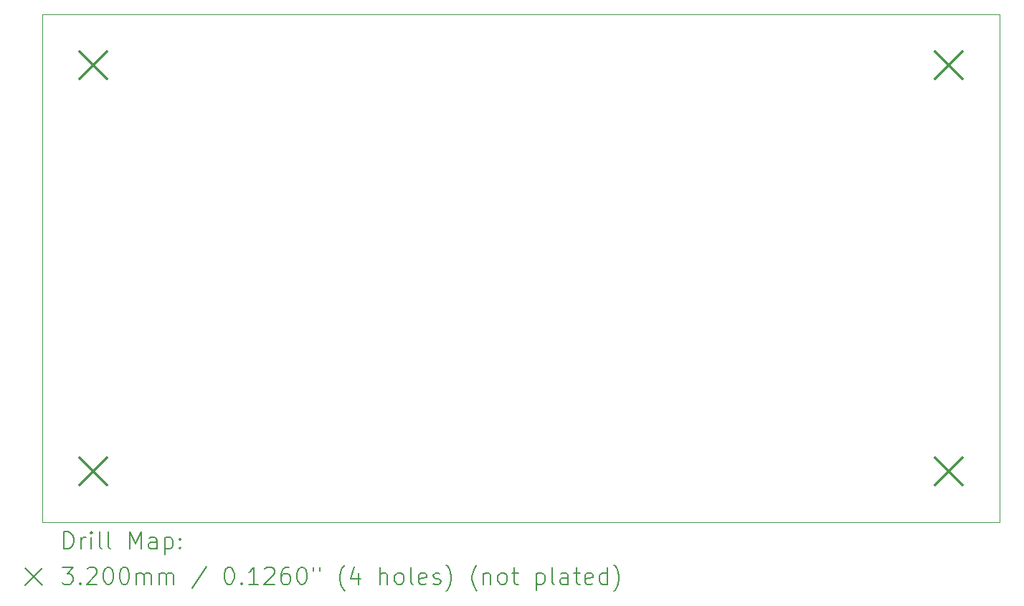
<source format=gbr>
%FSLAX45Y45*%
G04 Gerber Fmt 4.5, Leading zero omitted, Abs format (unit mm)*
G04 Created by KiCad (PCBNEW (6.0.0)) date 2022-07-19 14:30:06*
%MOMM*%
%LPD*%
G01*
G04 APERTURE LIST*
%TA.AperFunction,Profile*%
%ADD10C,0.050000*%
%TD*%
%ADD11C,0.200000*%
%ADD12C,0.320000*%
G04 APERTURE END LIST*
D10*
X3900000Y-6000000D02*
X3900000Y-12000000D01*
X15200000Y-6000000D02*
X3900000Y-6000000D01*
X15200000Y-6000000D02*
X15200000Y-12000000D01*
X3900000Y-12000000D02*
X15200000Y-12000000D01*
D11*
D12*
X4340000Y-6440000D02*
X4660000Y-6760000D01*
X4660000Y-6440000D02*
X4340000Y-6760000D01*
X4340000Y-11240000D02*
X4660000Y-11560000D01*
X4660000Y-11240000D02*
X4340000Y-11560000D01*
X14440000Y-6440000D02*
X14760000Y-6760000D01*
X14760000Y-6440000D02*
X14440000Y-6760000D01*
X14440000Y-11240000D02*
X14760000Y-11560000D01*
X14760000Y-11240000D02*
X14440000Y-11560000D01*
D11*
X4155119Y-12312976D02*
X4155119Y-12112976D01*
X4202738Y-12112976D01*
X4231310Y-12122500D01*
X4250357Y-12141548D01*
X4259881Y-12160595D01*
X4269405Y-12198690D01*
X4269405Y-12227262D01*
X4259881Y-12265357D01*
X4250357Y-12284405D01*
X4231310Y-12303452D01*
X4202738Y-12312976D01*
X4155119Y-12312976D01*
X4355119Y-12312976D02*
X4355119Y-12179643D01*
X4355119Y-12217738D02*
X4364643Y-12198690D01*
X4374167Y-12189167D01*
X4393214Y-12179643D01*
X4412262Y-12179643D01*
X4478929Y-12312976D02*
X4478929Y-12179643D01*
X4478929Y-12112976D02*
X4469405Y-12122500D01*
X4478929Y-12132024D01*
X4488452Y-12122500D01*
X4478929Y-12112976D01*
X4478929Y-12132024D01*
X4602738Y-12312976D02*
X4583690Y-12303452D01*
X4574167Y-12284405D01*
X4574167Y-12112976D01*
X4707500Y-12312976D02*
X4688452Y-12303452D01*
X4678929Y-12284405D01*
X4678929Y-12112976D01*
X4936071Y-12312976D02*
X4936071Y-12112976D01*
X5002738Y-12255833D01*
X5069405Y-12112976D01*
X5069405Y-12312976D01*
X5250357Y-12312976D02*
X5250357Y-12208214D01*
X5240833Y-12189167D01*
X5221786Y-12179643D01*
X5183690Y-12179643D01*
X5164643Y-12189167D01*
X5250357Y-12303452D02*
X5231310Y-12312976D01*
X5183690Y-12312976D01*
X5164643Y-12303452D01*
X5155119Y-12284405D01*
X5155119Y-12265357D01*
X5164643Y-12246309D01*
X5183690Y-12236786D01*
X5231310Y-12236786D01*
X5250357Y-12227262D01*
X5345595Y-12179643D02*
X5345595Y-12379643D01*
X5345595Y-12189167D02*
X5364643Y-12179643D01*
X5402738Y-12179643D01*
X5421786Y-12189167D01*
X5431310Y-12198690D01*
X5440833Y-12217738D01*
X5440833Y-12274881D01*
X5431310Y-12293928D01*
X5421786Y-12303452D01*
X5402738Y-12312976D01*
X5364643Y-12312976D01*
X5345595Y-12303452D01*
X5526548Y-12293928D02*
X5536071Y-12303452D01*
X5526548Y-12312976D01*
X5517024Y-12303452D01*
X5526548Y-12293928D01*
X5526548Y-12312976D01*
X5526548Y-12189167D02*
X5536071Y-12198690D01*
X5526548Y-12208214D01*
X5517024Y-12198690D01*
X5526548Y-12189167D01*
X5526548Y-12208214D01*
X3697500Y-12542500D02*
X3897500Y-12742500D01*
X3897500Y-12542500D02*
X3697500Y-12742500D01*
X4136071Y-12532976D02*
X4259881Y-12532976D01*
X4193214Y-12609167D01*
X4221786Y-12609167D01*
X4240833Y-12618690D01*
X4250357Y-12628214D01*
X4259881Y-12647262D01*
X4259881Y-12694881D01*
X4250357Y-12713928D01*
X4240833Y-12723452D01*
X4221786Y-12732976D01*
X4164643Y-12732976D01*
X4145595Y-12723452D01*
X4136071Y-12713928D01*
X4345595Y-12713928D02*
X4355119Y-12723452D01*
X4345595Y-12732976D01*
X4336071Y-12723452D01*
X4345595Y-12713928D01*
X4345595Y-12732976D01*
X4431310Y-12552024D02*
X4440833Y-12542500D01*
X4459881Y-12532976D01*
X4507500Y-12532976D01*
X4526548Y-12542500D01*
X4536071Y-12552024D01*
X4545595Y-12571071D01*
X4545595Y-12590119D01*
X4536071Y-12618690D01*
X4421786Y-12732976D01*
X4545595Y-12732976D01*
X4669405Y-12532976D02*
X4688452Y-12532976D01*
X4707500Y-12542500D01*
X4717024Y-12552024D01*
X4726548Y-12571071D01*
X4736071Y-12609167D01*
X4736071Y-12656786D01*
X4726548Y-12694881D01*
X4717024Y-12713928D01*
X4707500Y-12723452D01*
X4688452Y-12732976D01*
X4669405Y-12732976D01*
X4650357Y-12723452D01*
X4640833Y-12713928D01*
X4631310Y-12694881D01*
X4621786Y-12656786D01*
X4621786Y-12609167D01*
X4631310Y-12571071D01*
X4640833Y-12552024D01*
X4650357Y-12542500D01*
X4669405Y-12532976D01*
X4859881Y-12532976D02*
X4878929Y-12532976D01*
X4897976Y-12542500D01*
X4907500Y-12552024D01*
X4917024Y-12571071D01*
X4926548Y-12609167D01*
X4926548Y-12656786D01*
X4917024Y-12694881D01*
X4907500Y-12713928D01*
X4897976Y-12723452D01*
X4878929Y-12732976D01*
X4859881Y-12732976D01*
X4840833Y-12723452D01*
X4831310Y-12713928D01*
X4821786Y-12694881D01*
X4812262Y-12656786D01*
X4812262Y-12609167D01*
X4821786Y-12571071D01*
X4831310Y-12552024D01*
X4840833Y-12542500D01*
X4859881Y-12532976D01*
X5012262Y-12732976D02*
X5012262Y-12599643D01*
X5012262Y-12618690D02*
X5021786Y-12609167D01*
X5040833Y-12599643D01*
X5069405Y-12599643D01*
X5088452Y-12609167D01*
X5097976Y-12628214D01*
X5097976Y-12732976D01*
X5097976Y-12628214D02*
X5107500Y-12609167D01*
X5126548Y-12599643D01*
X5155119Y-12599643D01*
X5174167Y-12609167D01*
X5183690Y-12628214D01*
X5183690Y-12732976D01*
X5278929Y-12732976D02*
X5278929Y-12599643D01*
X5278929Y-12618690D02*
X5288452Y-12609167D01*
X5307500Y-12599643D01*
X5336071Y-12599643D01*
X5355119Y-12609167D01*
X5364643Y-12628214D01*
X5364643Y-12732976D01*
X5364643Y-12628214D02*
X5374167Y-12609167D01*
X5393214Y-12599643D01*
X5421786Y-12599643D01*
X5440833Y-12609167D01*
X5450357Y-12628214D01*
X5450357Y-12732976D01*
X5840833Y-12523452D02*
X5669405Y-12780595D01*
X6097976Y-12532976D02*
X6117024Y-12532976D01*
X6136071Y-12542500D01*
X6145595Y-12552024D01*
X6155119Y-12571071D01*
X6164643Y-12609167D01*
X6164643Y-12656786D01*
X6155119Y-12694881D01*
X6145595Y-12713928D01*
X6136071Y-12723452D01*
X6117024Y-12732976D01*
X6097976Y-12732976D01*
X6078928Y-12723452D01*
X6069405Y-12713928D01*
X6059881Y-12694881D01*
X6050357Y-12656786D01*
X6050357Y-12609167D01*
X6059881Y-12571071D01*
X6069405Y-12552024D01*
X6078928Y-12542500D01*
X6097976Y-12532976D01*
X6250357Y-12713928D02*
X6259881Y-12723452D01*
X6250357Y-12732976D01*
X6240833Y-12723452D01*
X6250357Y-12713928D01*
X6250357Y-12732976D01*
X6450357Y-12732976D02*
X6336071Y-12732976D01*
X6393214Y-12732976D02*
X6393214Y-12532976D01*
X6374167Y-12561548D01*
X6355119Y-12580595D01*
X6336071Y-12590119D01*
X6526548Y-12552024D02*
X6536071Y-12542500D01*
X6555119Y-12532976D01*
X6602738Y-12532976D01*
X6621786Y-12542500D01*
X6631309Y-12552024D01*
X6640833Y-12571071D01*
X6640833Y-12590119D01*
X6631309Y-12618690D01*
X6517024Y-12732976D01*
X6640833Y-12732976D01*
X6812262Y-12532976D02*
X6774167Y-12532976D01*
X6755119Y-12542500D01*
X6745595Y-12552024D01*
X6726548Y-12580595D01*
X6717024Y-12618690D01*
X6717024Y-12694881D01*
X6726548Y-12713928D01*
X6736071Y-12723452D01*
X6755119Y-12732976D01*
X6793214Y-12732976D01*
X6812262Y-12723452D01*
X6821786Y-12713928D01*
X6831309Y-12694881D01*
X6831309Y-12647262D01*
X6821786Y-12628214D01*
X6812262Y-12618690D01*
X6793214Y-12609167D01*
X6755119Y-12609167D01*
X6736071Y-12618690D01*
X6726548Y-12628214D01*
X6717024Y-12647262D01*
X6955119Y-12532976D02*
X6974167Y-12532976D01*
X6993214Y-12542500D01*
X7002738Y-12552024D01*
X7012262Y-12571071D01*
X7021786Y-12609167D01*
X7021786Y-12656786D01*
X7012262Y-12694881D01*
X7002738Y-12713928D01*
X6993214Y-12723452D01*
X6974167Y-12732976D01*
X6955119Y-12732976D01*
X6936071Y-12723452D01*
X6926548Y-12713928D01*
X6917024Y-12694881D01*
X6907500Y-12656786D01*
X6907500Y-12609167D01*
X6917024Y-12571071D01*
X6926548Y-12552024D01*
X6936071Y-12542500D01*
X6955119Y-12532976D01*
X7097976Y-12532976D02*
X7097976Y-12571071D01*
X7174167Y-12532976D02*
X7174167Y-12571071D01*
X7469405Y-12809167D02*
X7459881Y-12799643D01*
X7440833Y-12771071D01*
X7431309Y-12752024D01*
X7421786Y-12723452D01*
X7412262Y-12675833D01*
X7412262Y-12637738D01*
X7421786Y-12590119D01*
X7431309Y-12561548D01*
X7440833Y-12542500D01*
X7459881Y-12513928D01*
X7469405Y-12504405D01*
X7631309Y-12599643D02*
X7631309Y-12732976D01*
X7583690Y-12523452D02*
X7536071Y-12666309D01*
X7659881Y-12666309D01*
X7888452Y-12732976D02*
X7888452Y-12532976D01*
X7974167Y-12732976D02*
X7974167Y-12628214D01*
X7964643Y-12609167D01*
X7945595Y-12599643D01*
X7917024Y-12599643D01*
X7897976Y-12609167D01*
X7888452Y-12618690D01*
X8097976Y-12732976D02*
X8078928Y-12723452D01*
X8069405Y-12713928D01*
X8059881Y-12694881D01*
X8059881Y-12637738D01*
X8069405Y-12618690D01*
X8078928Y-12609167D01*
X8097976Y-12599643D01*
X8126548Y-12599643D01*
X8145595Y-12609167D01*
X8155119Y-12618690D01*
X8164643Y-12637738D01*
X8164643Y-12694881D01*
X8155119Y-12713928D01*
X8145595Y-12723452D01*
X8126548Y-12732976D01*
X8097976Y-12732976D01*
X8278928Y-12732976D02*
X8259881Y-12723452D01*
X8250357Y-12704405D01*
X8250357Y-12532976D01*
X8431310Y-12723452D02*
X8412262Y-12732976D01*
X8374167Y-12732976D01*
X8355119Y-12723452D01*
X8345595Y-12704405D01*
X8345595Y-12628214D01*
X8355119Y-12609167D01*
X8374167Y-12599643D01*
X8412262Y-12599643D01*
X8431310Y-12609167D01*
X8440833Y-12628214D01*
X8440833Y-12647262D01*
X8345595Y-12666309D01*
X8517024Y-12723452D02*
X8536071Y-12732976D01*
X8574167Y-12732976D01*
X8593214Y-12723452D01*
X8602738Y-12704405D01*
X8602738Y-12694881D01*
X8593214Y-12675833D01*
X8574167Y-12666309D01*
X8545595Y-12666309D01*
X8526548Y-12656786D01*
X8517024Y-12637738D01*
X8517024Y-12628214D01*
X8526548Y-12609167D01*
X8545595Y-12599643D01*
X8574167Y-12599643D01*
X8593214Y-12609167D01*
X8669405Y-12809167D02*
X8678929Y-12799643D01*
X8697976Y-12771071D01*
X8707500Y-12752024D01*
X8717024Y-12723452D01*
X8726548Y-12675833D01*
X8726548Y-12637738D01*
X8717024Y-12590119D01*
X8707500Y-12561548D01*
X8697976Y-12542500D01*
X8678929Y-12513928D01*
X8669405Y-12504405D01*
X9031310Y-12809167D02*
X9021786Y-12799643D01*
X9002738Y-12771071D01*
X8993214Y-12752024D01*
X8983690Y-12723452D01*
X8974167Y-12675833D01*
X8974167Y-12637738D01*
X8983690Y-12590119D01*
X8993214Y-12561548D01*
X9002738Y-12542500D01*
X9021786Y-12513928D01*
X9031310Y-12504405D01*
X9107500Y-12599643D02*
X9107500Y-12732976D01*
X9107500Y-12618690D02*
X9117024Y-12609167D01*
X9136071Y-12599643D01*
X9164643Y-12599643D01*
X9183690Y-12609167D01*
X9193214Y-12628214D01*
X9193214Y-12732976D01*
X9317024Y-12732976D02*
X9297976Y-12723452D01*
X9288452Y-12713928D01*
X9278929Y-12694881D01*
X9278929Y-12637738D01*
X9288452Y-12618690D01*
X9297976Y-12609167D01*
X9317024Y-12599643D01*
X9345595Y-12599643D01*
X9364643Y-12609167D01*
X9374167Y-12618690D01*
X9383690Y-12637738D01*
X9383690Y-12694881D01*
X9374167Y-12713928D01*
X9364643Y-12723452D01*
X9345595Y-12732976D01*
X9317024Y-12732976D01*
X9440833Y-12599643D02*
X9517024Y-12599643D01*
X9469405Y-12532976D02*
X9469405Y-12704405D01*
X9478929Y-12723452D01*
X9497976Y-12732976D01*
X9517024Y-12732976D01*
X9736071Y-12599643D02*
X9736071Y-12799643D01*
X9736071Y-12609167D02*
X9755119Y-12599643D01*
X9793214Y-12599643D01*
X9812262Y-12609167D01*
X9821786Y-12618690D01*
X9831310Y-12637738D01*
X9831310Y-12694881D01*
X9821786Y-12713928D01*
X9812262Y-12723452D01*
X9793214Y-12732976D01*
X9755119Y-12732976D01*
X9736071Y-12723452D01*
X9945595Y-12732976D02*
X9926548Y-12723452D01*
X9917024Y-12704405D01*
X9917024Y-12532976D01*
X10107500Y-12732976D02*
X10107500Y-12628214D01*
X10097976Y-12609167D01*
X10078929Y-12599643D01*
X10040833Y-12599643D01*
X10021786Y-12609167D01*
X10107500Y-12723452D02*
X10088452Y-12732976D01*
X10040833Y-12732976D01*
X10021786Y-12723452D01*
X10012262Y-12704405D01*
X10012262Y-12685357D01*
X10021786Y-12666309D01*
X10040833Y-12656786D01*
X10088452Y-12656786D01*
X10107500Y-12647262D01*
X10174167Y-12599643D02*
X10250357Y-12599643D01*
X10202738Y-12532976D02*
X10202738Y-12704405D01*
X10212262Y-12723452D01*
X10231310Y-12732976D01*
X10250357Y-12732976D01*
X10393214Y-12723452D02*
X10374167Y-12732976D01*
X10336071Y-12732976D01*
X10317024Y-12723452D01*
X10307500Y-12704405D01*
X10307500Y-12628214D01*
X10317024Y-12609167D01*
X10336071Y-12599643D01*
X10374167Y-12599643D01*
X10393214Y-12609167D01*
X10402738Y-12628214D01*
X10402738Y-12647262D01*
X10307500Y-12666309D01*
X10574167Y-12732976D02*
X10574167Y-12532976D01*
X10574167Y-12723452D02*
X10555119Y-12732976D01*
X10517024Y-12732976D01*
X10497976Y-12723452D01*
X10488452Y-12713928D01*
X10478929Y-12694881D01*
X10478929Y-12637738D01*
X10488452Y-12618690D01*
X10497976Y-12609167D01*
X10517024Y-12599643D01*
X10555119Y-12599643D01*
X10574167Y-12609167D01*
X10650357Y-12809167D02*
X10659881Y-12799643D01*
X10678929Y-12771071D01*
X10688452Y-12752024D01*
X10697976Y-12723452D01*
X10707500Y-12675833D01*
X10707500Y-12637738D01*
X10697976Y-12590119D01*
X10688452Y-12561548D01*
X10678929Y-12542500D01*
X10659881Y-12513928D01*
X10650357Y-12504405D01*
M02*

</source>
